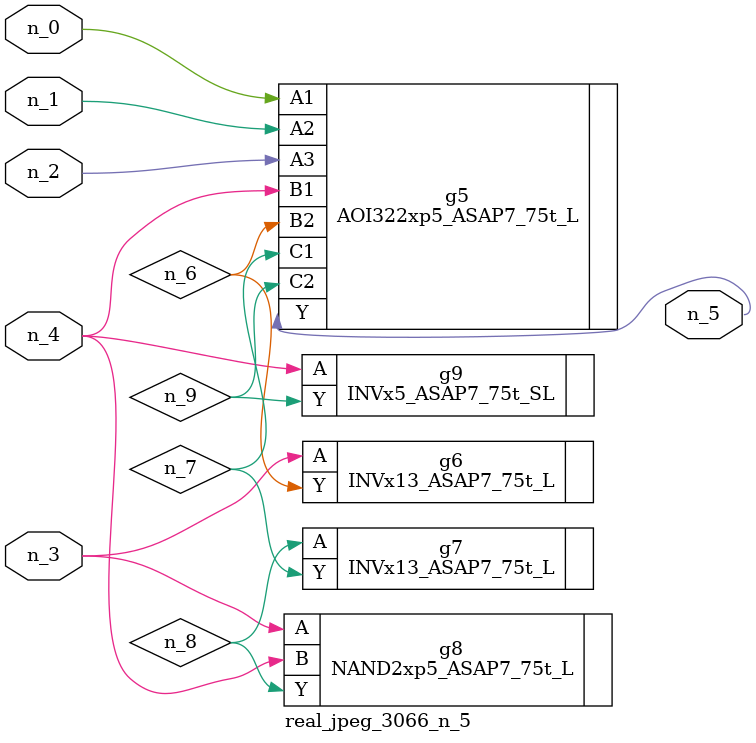
<source format=v>
module real_jpeg_3066_n_5 (n_4, n_0, n_1, n_2, n_3, n_5);

input n_4;
input n_0;
input n_1;
input n_2;
input n_3;

output n_5;

wire n_8;
wire n_6;
wire n_7;
wire n_9;

AOI322xp5_ASAP7_75t_L g5 ( 
.A1(n_0),
.A2(n_1),
.A3(n_2),
.B1(n_4),
.B2(n_6),
.C1(n_7),
.C2(n_9),
.Y(n_5)
);

INVx13_ASAP7_75t_L g6 ( 
.A(n_3),
.Y(n_6)
);

NAND2xp5_ASAP7_75t_L g8 ( 
.A(n_3),
.B(n_4),
.Y(n_8)
);

INVx5_ASAP7_75t_SL g9 ( 
.A(n_4),
.Y(n_9)
);

INVx13_ASAP7_75t_L g7 ( 
.A(n_8),
.Y(n_7)
);


endmodule
</source>
